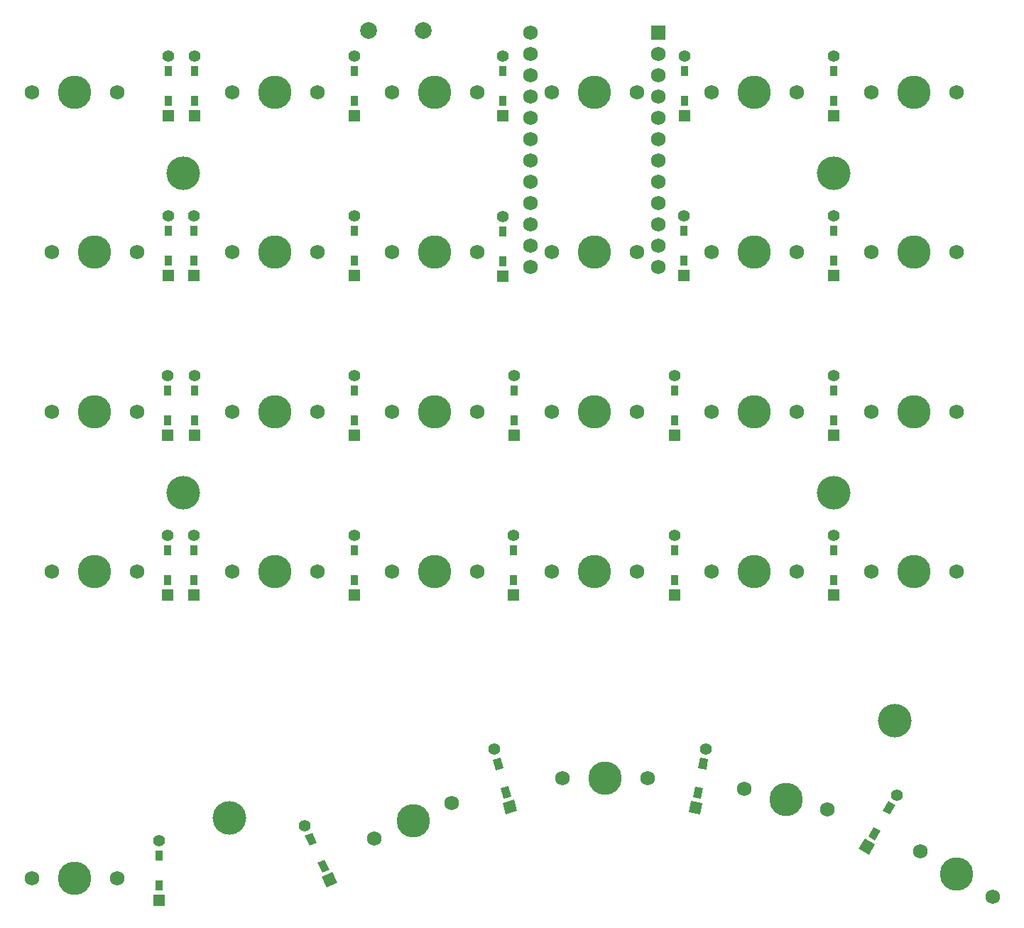
<source format=gts>
%TF.GenerationSoftware,KiCad,Pcbnew,5.1.10-88a1d61d58~90~ubuntu20.04.1*%
%TF.CreationDate,2021-08-25T16:01:02+02:00*%
%TF.ProjectId,knuckle-pad,6b6e7563-6b6c-4652-9d70-61642e6b6963,rev?*%
%TF.SameCoordinates,Original*%
%TF.FileFunction,Soldermask,Top*%
%TF.FilePolarity,Negative*%
%FSLAX46Y46*%
G04 Gerber Fmt 4.6, Leading zero omitted, Abs format (unit mm)*
G04 Created by KiCad (PCBNEW 5.1.10-88a1d61d58~90~ubuntu20.04.1) date 2021-08-25 16:01:02*
%MOMM*%
%LPD*%
G01*
G04 APERTURE LIST*
%ADD10C,3.987800*%
%ADD11C,1.750000*%
%ADD12C,4.000000*%
%ADD13C,1.752600*%
%ADD14R,1.752600X1.752600*%
%ADD15C,2.000000*%
%ADD16C,0.100000*%
%ADD17C,1.397000*%
%ADD18R,0.950000X1.300000*%
%ADD19R,1.397000X1.397000*%
G04 APERTURE END LIST*
D10*
%TO.C,SW29*%
X196088000Y-136652000D03*
D11*
X191779916Y-133960010D03*
X200396084Y-139343990D03*
%TD*%
D10*
%TO.C,SW28*%
X191008000Y-100584000D03*
D11*
X185928000Y-100584000D03*
X196088000Y-100584000D03*
%TD*%
D10*
%TO.C,SW27*%
X191008000Y-81534000D03*
D11*
X185928000Y-81534000D03*
X196088000Y-81534000D03*
%TD*%
D10*
%TO.C,SW26*%
X191008000Y-62484000D03*
D11*
X185928000Y-62484000D03*
X196088000Y-62484000D03*
%TD*%
D10*
%TO.C,SW25*%
X191008000Y-43434000D03*
D11*
X185928000Y-43434000D03*
X196088000Y-43434000D03*
%TD*%
D10*
%TO.C,SW24*%
X175768000Y-127762000D03*
D11*
X170838898Y-126533037D03*
X180697102Y-128990963D03*
%TD*%
D10*
%TO.C,SW23*%
X171958000Y-100584000D03*
D11*
X166878000Y-100584000D03*
X177038000Y-100584000D03*
%TD*%
D10*
%TO.C,SW22*%
X171958000Y-81534000D03*
D11*
X166878000Y-81534000D03*
X177038000Y-81534000D03*
%TD*%
D10*
%TO.C,SW21*%
X171958000Y-62484000D03*
D11*
X166878000Y-62484000D03*
X177038000Y-62484000D03*
%TD*%
D10*
%TO.C,SW20*%
X171958000Y-43434000D03*
D11*
X166878000Y-43434000D03*
X177038000Y-43434000D03*
%TD*%
D10*
%TO.C,SW19*%
X154178000Y-125222000D03*
D11*
X149098000Y-125222000D03*
X159258000Y-125222000D03*
%TD*%
D10*
%TO.C,SW18*%
X152908000Y-100584000D03*
D11*
X147828000Y-100584000D03*
X157988000Y-100584000D03*
%TD*%
D10*
%TO.C,SW17*%
X152908000Y-81534000D03*
D11*
X147828000Y-81534000D03*
X157988000Y-81534000D03*
%TD*%
D10*
%TO.C,SW16*%
X152908000Y-62484000D03*
D11*
X147828000Y-62484000D03*
X157988000Y-62484000D03*
%TD*%
D10*
%TO.C,SW15*%
X152908000Y-43434000D03*
D11*
X147828000Y-43434000D03*
X157988000Y-43434000D03*
%TD*%
D10*
%TO.C,SW14*%
X131318000Y-130302000D03*
D11*
X126713956Y-132448901D03*
X135922044Y-128155099D03*
%TD*%
D10*
%TO.C,SW13*%
X133858000Y-100584000D03*
D11*
X128778000Y-100584000D03*
X138938000Y-100584000D03*
%TD*%
D10*
%TO.C,SW12*%
X133858000Y-81534000D03*
D11*
X128778000Y-81534000D03*
X138938000Y-81534000D03*
%TD*%
D10*
%TO.C,SW11*%
X133858000Y-62484000D03*
D11*
X128778000Y-62484000D03*
X138938000Y-62484000D03*
%TD*%
D10*
%TO.C,SW10*%
X133858000Y-43434000D03*
D11*
X128778000Y-43434000D03*
X138938000Y-43434000D03*
%TD*%
D10*
%TO.C,SW9*%
X114808000Y-100584000D03*
D11*
X109728000Y-100584000D03*
X119888000Y-100584000D03*
%TD*%
D10*
%TO.C,SW8*%
X114808000Y-81534000D03*
D11*
X109728000Y-81534000D03*
X119888000Y-81534000D03*
%TD*%
D10*
%TO.C,SW7*%
X114808000Y-62484000D03*
D11*
X109728000Y-62484000D03*
X119888000Y-62484000D03*
%TD*%
D10*
%TO.C,SW6*%
X114808000Y-43434000D03*
D11*
X109728000Y-43434000D03*
X119888000Y-43434000D03*
%TD*%
D10*
%TO.C,SW5*%
X90932000Y-137160000D03*
D11*
X85852000Y-137160000D03*
X96012000Y-137160000D03*
%TD*%
D10*
%TO.C,SW4*%
X93345000Y-100584000D03*
D11*
X88265000Y-100584000D03*
X98425000Y-100584000D03*
%TD*%
D10*
%TO.C,SW3*%
X93345000Y-81534000D03*
D11*
X88265000Y-81534000D03*
X98425000Y-81534000D03*
%TD*%
D10*
%TO.C,SW2*%
X93345000Y-62484000D03*
D11*
X88265000Y-62484000D03*
X98425000Y-62484000D03*
%TD*%
D10*
%TO.C,SW1*%
X90957400Y-43434000D03*
D11*
X85877400Y-43434000D03*
X96037400Y-43434000D03*
%TD*%
D12*
%TO.C,H6*%
X188722000Y-118364000D03*
%TD*%
D13*
%TO.C,U1*%
X145288000Y-36322000D03*
X160528000Y-64262000D03*
X145288000Y-38862000D03*
X145288000Y-41402000D03*
X145288000Y-43942000D03*
X145288000Y-46482000D03*
X145288000Y-49022000D03*
X145288000Y-51562000D03*
X145288000Y-54102000D03*
X145288000Y-56642000D03*
X145288000Y-59182000D03*
X145288000Y-61722000D03*
X145288000Y-64262000D03*
X160528000Y-61722000D03*
X160528000Y-59182000D03*
X160528000Y-56642000D03*
X160528000Y-54102000D03*
X160528000Y-51562000D03*
X160528000Y-49022000D03*
X160528000Y-46482000D03*
X160528000Y-43942000D03*
X160528000Y-41402000D03*
X160528000Y-38862000D03*
D14*
X160528000Y-36322000D03*
%TD*%
D15*
%TO.C,RST1*%
X126036000Y-36068000D03*
X132536000Y-36068000D03*
%TD*%
D12*
%TO.C,H5*%
X181483000Y-53086000D03*
%TD*%
%TO.C,H4*%
X103949500Y-91186000D03*
%TD*%
%TO.C,H3*%
X109435900Y-129984500D03*
%TD*%
%TO.C,H2*%
X103949500Y-53086000D03*
%TD*%
%TO.C,H1*%
X181483000Y-91186000D03*
%TD*%
D16*
%TO.C,D29*%
G36*
X188171862Y-129565222D02*
G01*
X187349138Y-129090222D01*
X187999138Y-127964388D01*
X188821862Y-128439388D01*
X188171862Y-129565222D01*
G37*
G36*
X186396862Y-132639612D02*
G01*
X185574138Y-132164612D01*
X186224138Y-131038778D01*
X187046862Y-131513778D01*
X186396862Y-132639612D01*
G37*
G36*
X185678669Y-134330559D02*
G01*
X184468831Y-133632059D01*
X185167331Y-132422221D01*
X186377169Y-133120721D01*
X185678669Y-134330559D01*
G37*
D17*
X188973000Y-127227610D03*
%TD*%
D18*
%TO.C,D28*%
X181432200Y-98047000D03*
X181432200Y-101597000D03*
D19*
X181432200Y-103372000D03*
D17*
X181432200Y-96272000D03*
%TD*%
D18*
%TO.C,D27*%
X181483000Y-79003000D03*
X181483000Y-82553000D03*
D19*
X181483000Y-84328000D03*
D17*
X181483000Y-77228000D03*
%TD*%
D18*
%TO.C,D26*%
X181483000Y-59947000D03*
X181483000Y-63497000D03*
D19*
X181483000Y-65272000D03*
D17*
X181483000Y-58172000D03*
%TD*%
D18*
%TO.C,D25*%
X181483000Y-40897000D03*
X181483000Y-44447000D03*
D19*
X181483000Y-46222000D03*
D17*
X181483000Y-39122000D03*
%TD*%
D16*
%TO.C,D24*%
G36*
X166271138Y-124196574D02*
G01*
X165335571Y-124031608D01*
X165561314Y-122751358D01*
X166496881Y-122916324D01*
X166271138Y-124196574D01*
G37*
G36*
X165654686Y-127692642D02*
G01*
X164719119Y-127527676D01*
X164944862Y-126247426D01*
X165880429Y-126412392D01*
X165654686Y-127692642D01*
G37*
G36*
X165558144Y-129527249D02*
G01*
X164182368Y-129284663D01*
X164424954Y-127908887D01*
X165800730Y-128151473D01*
X165558144Y-129527249D01*
G37*
D17*
X166224451Y-121725932D03*
%TD*%
D18*
%TO.C,D23*%
X162509200Y-98050000D03*
X162509200Y-101600000D03*
D19*
X162509200Y-103375000D03*
D17*
X162509200Y-96275000D03*
%TD*%
D18*
%TO.C,D22*%
X162509200Y-79003000D03*
X162509200Y-82553000D03*
D19*
X162509200Y-84328000D03*
D17*
X162509200Y-77228000D03*
%TD*%
D18*
%TO.C,D21*%
X163639500Y-59947000D03*
X163639500Y-63497000D03*
D19*
X163639500Y-65272000D03*
D17*
X163639500Y-58172000D03*
%TD*%
D18*
%TO.C,D20*%
X163703000Y-40897000D03*
X163703000Y-44447000D03*
D19*
X163703000Y-46222000D03*
D17*
X163703000Y-39122000D03*
%TD*%
D16*
%TO.C,D19*%
G36*
X142105047Y-124012395D02*
G01*
X141187418Y-124258273D01*
X140850953Y-123002569D01*
X141768582Y-122756691D01*
X142105047Y-124012395D01*
G37*
G36*
X143023855Y-127441431D02*
G01*
X142106226Y-127687309D01*
X141769761Y-126431605D01*
X142687390Y-126185727D01*
X143023855Y-127441431D01*
G37*
G36*
X143711696Y-129144951D02*
G01*
X142362298Y-129506521D01*
X142000728Y-128157123D01*
X143350126Y-127795553D01*
X143711696Y-129144951D01*
G37*
D17*
X141018596Y-121792963D03*
%TD*%
D18*
%TO.C,D18*%
X143256000Y-98050000D03*
X143256000Y-101600000D03*
D19*
X143256000Y-103375000D03*
D17*
X143256000Y-96275000D03*
%TD*%
D18*
%TO.C,D17*%
X143383000Y-79003000D03*
X143383000Y-82553000D03*
D19*
X143383000Y-84328000D03*
D17*
X143383000Y-77228000D03*
%TD*%
D18*
%TO.C,D16*%
X141986000Y-60010500D03*
X141986000Y-63560500D03*
D19*
X141986000Y-65335500D03*
D17*
X141986000Y-58235500D03*
%TD*%
D18*
%TO.C,D15*%
X142036800Y-40874600D03*
X142036800Y-44424600D03*
D19*
X142036800Y-46199600D03*
D17*
X142036800Y-39099600D03*
%TD*%
D16*
%TO.C,D14*%
G36*
X119843051Y-132891660D02*
G01*
X118982059Y-133293148D01*
X118432655Y-132114948D01*
X119293647Y-131713460D01*
X119843051Y-132891660D01*
G37*
G36*
X121343345Y-136109052D02*
G01*
X120482353Y-136510540D01*
X119932949Y-135332340D01*
X120793941Y-134930852D01*
X121343345Y-136109052D01*
G37*
G36*
X122316550Y-137667250D02*
G01*
X121050438Y-138257648D01*
X120460040Y-136991536D01*
X121726152Y-136401138D01*
X122316550Y-137667250D01*
G37*
D17*
X118387705Y-130894607D03*
%TD*%
D18*
%TO.C,D13*%
X124358400Y-98047000D03*
X124358400Y-101597000D03*
D19*
X124358400Y-103372000D03*
D17*
X124358400Y-96272000D03*
%TD*%
D18*
%TO.C,D12*%
X124333000Y-79003000D03*
X124333000Y-82553000D03*
D19*
X124333000Y-84328000D03*
D17*
X124333000Y-77228000D03*
%TD*%
D18*
%TO.C,D11*%
X124333000Y-59947000D03*
X124333000Y-63497000D03*
D19*
X124333000Y-65272000D03*
D17*
X124333000Y-58172000D03*
%TD*%
D18*
%TO.C,D10*%
X124307600Y-40897000D03*
X124307600Y-44447000D03*
D19*
X124307600Y-46222000D03*
D17*
X124307600Y-39122000D03*
%TD*%
D18*
%TO.C,D9*%
X105219500Y-98053000D03*
X105219500Y-101603000D03*
D19*
X105219500Y-103378000D03*
D17*
X105219500Y-96278000D03*
%TD*%
D18*
%TO.C,D8*%
X105283000Y-79003000D03*
X105283000Y-82553000D03*
D19*
X105283000Y-84328000D03*
D17*
X105283000Y-77228000D03*
%TD*%
D18*
%TO.C,D7*%
X105219500Y-59947000D03*
X105219500Y-63497000D03*
D19*
X105219500Y-65272000D03*
D17*
X105219500Y-58172000D03*
%TD*%
D18*
%TO.C,D6*%
X105257600Y-40897000D03*
X105257600Y-44447000D03*
D19*
X105257600Y-46222000D03*
D17*
X105257600Y-39122000D03*
%TD*%
D18*
%TO.C,D5*%
X101028500Y-134432500D03*
X101028500Y-137982500D03*
D19*
X101028500Y-139757500D03*
D17*
X101028500Y-132657500D03*
%TD*%
D18*
%TO.C,D4*%
X102031800Y-98047000D03*
X102031800Y-101597000D03*
D19*
X102031800Y-103372000D03*
D17*
X102031800Y-96272000D03*
%TD*%
D18*
%TO.C,D3*%
X102082600Y-78997000D03*
X102082600Y-82547000D03*
D19*
X102082600Y-84322000D03*
D17*
X102082600Y-77222000D03*
%TD*%
D18*
%TO.C,D2*%
X102108000Y-59947000D03*
X102108000Y-63497000D03*
D19*
X102108000Y-65272000D03*
D17*
X102108000Y-58172000D03*
%TD*%
%TO.C,D1*%
X102108000Y-39122000D03*
D19*
X102108000Y-46222000D03*
D18*
X102108000Y-44447000D03*
X102108000Y-40897000D03*
%TD*%
M02*

</source>
